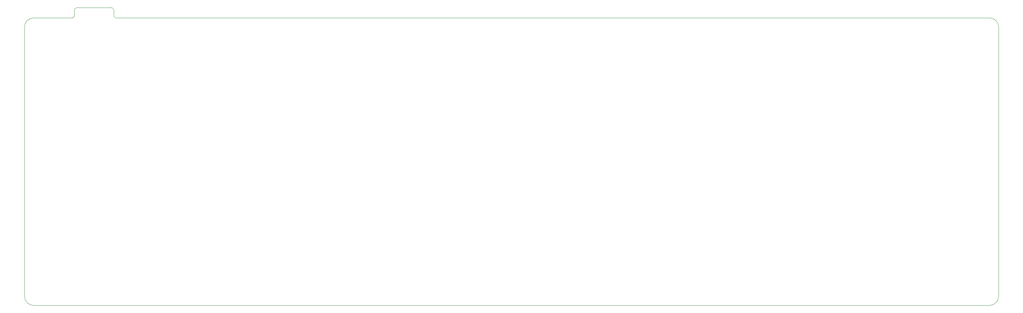
<source format=gm1>
G04 #@! TF.GenerationSoftware,KiCad,Pcbnew,(5.1.4-0)*
G04 #@! TF.CreationDate,2021-10-19T21:44:43-05:00*
G04 #@! TF.ProjectId,pcb,7063622e-6b69-4636-9164-5f7063625858,rev?*
G04 #@! TF.SameCoordinates,Original*
G04 #@! TF.FileFunction,Profile,NP*
%FSLAX46Y46*%
G04 Gerber Fmt 4.6, Leading zero omitted, Abs format (unit mm)*
G04 Created by KiCad (PCBNEW (5.1.4-0)) date 2021-10-19 21:44:43*
%MOMM*%
%LPD*%
G04 APERTURE LIST*
%ADD10C,0.050000*%
G04 APERTURE END LIST*
D10*
X102058809Y-44846880D02*
X326231335Y-44846880D01*
X80961555Y-44846880D02*
X90822441Y-44846880D01*
X326231335Y-118665940D02*
X80961555Y-118665940D01*
X328612595Y-47228140D02*
X328612595Y-116284680D01*
X78580295Y-47228140D02*
G75*
G02X80961555Y-44846880I2381260J0D01*
G01*
X80961555Y-118665940D02*
G75*
G02X78580295Y-116284680I0J2381260D01*
G01*
X328612595Y-116284680D02*
G75*
G02X326231335Y-118665940I-2381260J0D01*
G01*
X326231335Y-44846880D02*
G75*
G02X328612595Y-47228140I0J-2381260D01*
G01*
X101540625Y-44328696D02*
X101540625Y-42956250D01*
X91340625Y-42956302D02*
X91340625Y-44328696D01*
X91340625Y-44328696D02*
G75*
G02X90822441Y-44846880I-518184J0D01*
G01*
X91340625Y-42956302D02*
G75*
G02X92117865Y-42179062I777240J0D01*
G01*
X78580295Y-116284680D02*
X78580295Y-47228140D01*
X92117865Y-42179062D02*
X100763385Y-42179010D01*
X100763385Y-42179010D02*
G75*
G02X101540625Y-42956250I0J-777240D01*
G01*
X102058809Y-44846880D02*
G75*
G02X101540625Y-44328696I0J518184D01*
G01*
M02*

</source>
